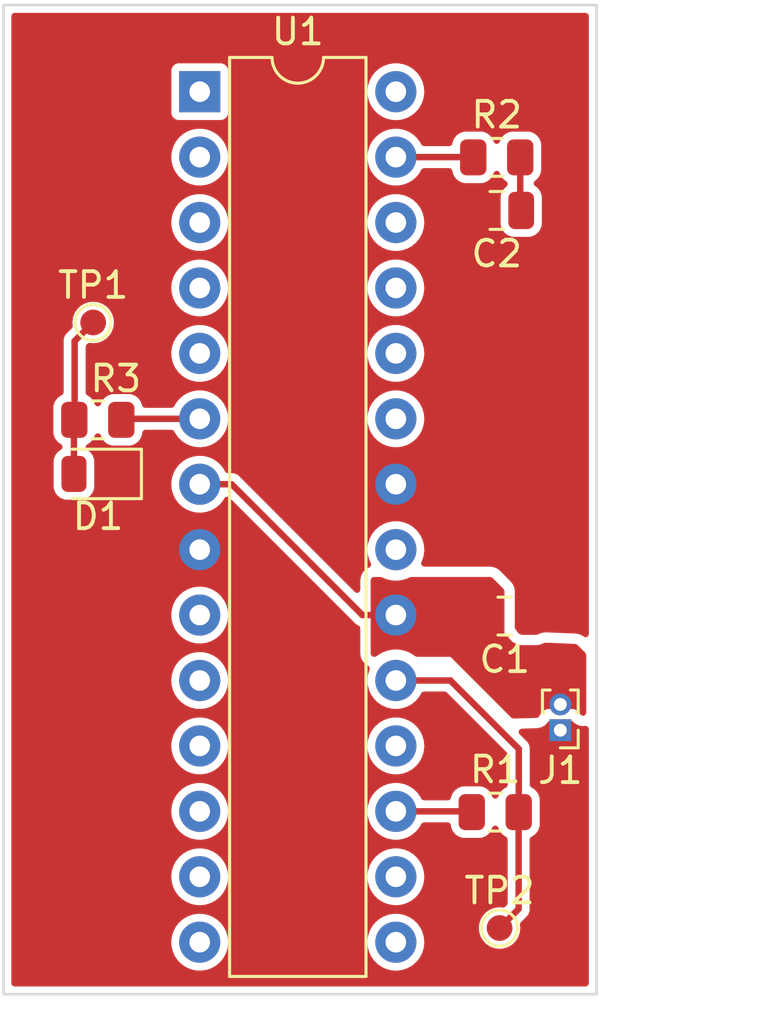
<source format=kicad_pcb>
(kicad_pcb (version 20211014) (generator pcbnew)
  (layers (0 "F.Cu" signal) (31 "B.Cu" signal) (34 "B.Paste" user) (35 "F.Paste" user) (36 "B.SilkS" user "B.Silkscreen") (37 "F.SilkS" user "F.Silkscreen") (38 "B.Mask" user) (39 "F.Mask" user) (44 "Edge.Cuts" user))
  (net 0 "")
  (net 1 "GND")
  (net 2 "+3V3")
  (net 3 "Net-(C2-Pad1)")
  (net 4 "Net-(D1-Pad2)")
  (net 5 "Net-(R1-Pad1)")
  (net 6 "Net-(R1-Pad2)")
  (net 7 "Net-(R2-Pad1)")
  (net 8 "Net-(R3-Pad1)")
  (footprint "Resistor_SMD:R_0805_2012Metric" (layer "F.Cu") (at 136 66.61)
    (fp_text reference "R2" (at 0 -1.65) (layer "F.SilkS"))
    (fp_text value "R_Small")
    (fp_line (start -0.227064 0.735) (end 0.227064 0.735) (layer "F.SilkS") (width 0.12))
    (fp_line (start -0.227064 -0.735) (end 0.227064 -0.735) (layer "F.SilkS") (width 0.12))
    (pad "1" smd roundrect (at -0.9125 0) (size 1.025 1.4) (layers "F.Cu" "F.Paste" "F.Mask") (roundrect_rratio 0.243902) (net 7 "Net-(R2-Pad1)"))
    (pad "2" smd roundrect (at 0.9125 0) (size 1.025 1.4) (layers "F.Cu" "F.Paste" "F.Mask") (roundrect_rratio 0.243902) (net 3 "Net-(C2-Pad1)"))
  )
  (footprint "TestPoint:TestPoint_Pad_D1.0mm" (layer "F.Cu") (at 136.11 96.53)
    (fp_text reference "TP2" (at 0 -1.448) (layer "F.SilkS"))
    (fp_text value "TestPoint")
    (fp_circle (center 0 0) (end 0 0.7) (layer "F.SilkS") (width 0.12) (fill none))
    (pad "1" smd circle (at 0 0) (size 1 1) (layers "F.Cu" "F.Mask") (net 6 "Net-(R1-Pad2)"))
  )
  (footprint "Capacitor_SMD:C_0805_2012Metric" (layer "F.Cu") (at 136.31 84.42 180)
    (fp_text reference "C1" (at 0 -1.68) (layer "F.SilkS"))
    (fp_text value "C_Small")
    (fp_line (start -0.261252 -0.735) (end 0.261252 -0.735) (layer "F.SilkS") (width 0.12))
    (fp_line (start -0.261252 0.735) (end 0.261252 0.735) (layer "F.SilkS") (width 0.12))
    (pad "1" smd roundrect (at -0.95 0 180) (size 1 1.45) (layers "F.Cu" "F.Paste" "F.Mask") (net 1 "GND"))
    (pad "2" smd roundrect (at 0.95 0 180) (size 1 1.45) (layers "F.Cu" "F.Paste" "F.Mask") (net 2 "+3V3"))
  )
  (footprint "TestPoint:TestPoint_Pad_D1.0mm" (layer "F.Cu") (at 120.32 73.02)
    (fp_text reference "TP1" (at 0 -1.448) (layer "F.SilkS"))
    (fp_text value "TestPoint")
    (fp_circle (center 0 0) (end 0 0.7) (layer "F.SilkS") (width 0.12) (fill none))
    (pad "1" smd circle (at 0 0) (size 1 1) (layers "F.Cu" "F.Mask") (net 4 "Net-(D1-Pad2)"))
  )
  (footprint "Connector_PinHeader_1.00mm:PinHeader_1x02_P1.00mm_Vertical" (layer "F.Cu") (at 138.47 88.85 180)
    (fp_text reference "J1" (at 0 -1.56) (layer "F.SilkS"))
    (fp_text value "Conn_01x02_Female")
    (fp_line (start 0.394493 1.56) (end 0.695 1.56) (layer "F.SilkS") (width 0.12))
    (fp_line (start -0.695 -0.685) (end 0 -0.685) (layer "F.SilkS") (width 0.12))
    (fp_line (start 0.608276 0.685) (end 0.695 0.685) (layer "F.SilkS") (width 0.12))
    (fp_line (start -0.695 0) (end -0.695 -0.685) (layer "F.SilkS") (width 0.12))
    (fp_line (start -0.695 0.685) (end -0.695 1.56) (layer "F.SilkS") (width 0.12))
    (fp_line (start 0.695 0.685) (end 0.695 1.56) (layer "F.SilkS") (width 0.12))
    (fp_line (start -0.695 1.56) (end -0.394493 1.56) (layer "F.SilkS") (width 0.12))
    (fp_line (start -0.695 0.685) (end -0.608276 0.685) (layer "F.SilkS") (width 0.12))
    (pad "1" thru_hole rect (at 0 0 180) (size 0.85 0.85) (drill 0.5) (layers *.Cu *.Mask) (net 1 "GND"))
    (pad "2" thru_hole oval (at 0 1 180) (size 0.85 0.85) (drill 0.5) (layers *.Cu *.Mask) (net 2 "+3V3"))
  )
  (footprint "Capacitor_SMD:C_0805_2012Metric" (layer "F.Cu") (at 136 68.67 180)
    (fp_text reference "C2" (at 0 -1.68) (layer "F.SilkS"))
    (fp_text value "C_Small")
    (fp_line (start -0.261252 -0.735) (end 0.261252 -0.735) (layer "F.SilkS") (width 0.12))
    (fp_line (start -0.261252 0.735) (end 0.261252 0.735) (layer "F.SilkS") (width 0.12))
    (pad "1" smd roundrect (at -0.95 0 180) (size 1 1.45) (layers "F.Cu" "F.Paste" "F.Mask") (net 3 "Net-(C2-Pad1)"))
    (pad "2" smd roundrect (at 0.95 0 180) (size 1 1.45) (layers "F.Cu" "F.Paste" "F.Mask") (net 1 "GND"))
  )
  (footprint "Package_DIP:DIP-28_W7.62mm" (layer "F.Cu") (at 124.46 64.06)
    (fp_text reference "U1" (at 3.81 -2.33) (layer "F.SilkS"))
    (fp_text value "ATmega8A-P")
    (fp_line (start 6.46 34.35) (end 6.46 -1.33) (layer "F.SilkS") (width 0.12))
    (fp_line (start 2.81 -1.33) (end 1.16 -1.33) (layer "F.SilkS") (width 0.12))
    (fp_line (start 1.16 -1.33) (end 1.16 34.35) (layer "F.SilkS") (width 0.12))
    (fp_line (start 6.46 -1.33) (end 4.81 -1.33) (layer "F.SilkS") (width 0.12))
    (fp_line (start 1.16 34.35) (end 6.46 34.35) (layer "F.SilkS") (width 0.12))
    (fp_arc (start 4.81 -1.33) (mid 3.81 -0.33) (end 2.81 -1.33) (layer "F.SilkS") (width 0.12))
    (pad "1" thru_hole rect (at 0 0) (size 1.6 1.6) (drill 0.8) (layers *.Cu *.Mask))
    (pad "2" thru_hole oval (at 0 2.54) (size 1.6 1.6) (drill 0.8) (layers *.Cu *.Mask))
    (pad "3" thru_hole oval (at 0 5.08) (size 1.6 1.6) (drill 0.8) (layers *.Cu *.Mask))
    (pad "4" thru_hole oval (at 0 7.62) (size 1.6 1.6) (drill 0.8) (layers *.Cu *.Mask))
    (pad "5" thru_hole oval (at 0 10.16) (size 1.6 1.6) (drill 0.8) (layers *.Cu *.Mask))
    (pad "6" thru_hole oval (at 0 12.7) (size 1.6 1.6) (drill 0.8) (layers *.Cu *.Mask) (net 8 "Net-(R3-Pad1)"))
    (pad "7" thru_hole oval (at 0 15.24) (size 1.6 1.6) (drill 0.8) (layers *.Cu *.Mask) (net 2 "+3V3"))
    (pad "8" thru_hole oval (at 0 17.78) (size 1.6 1.6) (drill 0.8) (layers *.Cu *.Mask) (net 1 "GND"))
    (pad "9" thru_hole oval (at 0 20.32) (size 1.6 1.6) (drill 0.8) (layers *.Cu *.Mask))
    (pad "10" thru_hole oval (at 0 22.86) (size 1.6 1.6) (drill 0.8) (layers *.Cu *.Mask))
    (pad "11" thru_hole oval (at 0 25.4) (size 1.6 1.6) (drill 0.8) (layers *.Cu *.Mask))
    (pad "12" thru_hole oval (at 0 27.94) (size 1.6 1.6) (drill 0.8) (layers *.Cu *.Mask))
    (pad "13" thru_hole oval (at 0 30.48) (size 1.6 1.6) (drill 0.8) (layers *.Cu *.Mask))
    (pad "14" thru_hole oval (at 0 33.02) (size 1.6 1.6) (drill 0.8) (layers *.Cu *.Mask))
    (pad "15" thru_hole oval (at 7.62 33.02) (size 1.6 1.6) (drill 0.8) (layers *.Cu *.Mask))
    (pad "16" thru_hole oval (at 7.62 30.48) (size 1.6 1.6) (drill 0.8) (layers *.Cu *.Mask))
    (pad "17" thru_hole oval (at 7.62 27.94) (size 1.6 1.6) (drill 0.8) (layers *.Cu *.Mask) (net 5 "Net-(R1-Pad1)"))
    (pad "18" thru_hole oval (at 7.62 25.4) (size 1.6 1.6) (drill 0.8) (layers *.Cu *.Mask))
    (pad "19" thru_hole oval (at 7.62 22.86) (size 1.6 1.6) (drill 0.8) (layers *.Cu *.Mask) (net 6 "Net-(R1-Pad2)"))
    (pad "20" thru_hole oval (at 7.62 20.32) (size 1.6 1.6) (drill 0.8) (layers *.Cu *.Mask) (net 2 "+3V3"))
    (pad "21" thru_hole oval (at 7.62 17.78) (size 1.6 1.6) (drill 0.8) (layers *.Cu *.Mask))
    (pad "22" thru_hole oval (at 7.62 15.24) (size 1.6 1.6) (drill 0.8) (layers *.Cu *.Mask) (net 1 "GND"))
    (pad "23" thru_hole oval (at 7.62 12.7) (size 1.6 1.6) (drill 0.8) (layers *.Cu *.Mask))
    (pad "24" thru_hole oval (at 7.62 10.16) (size 1.6 1.6) (drill 0.8) (layers *.Cu *.Mask))
    (pad "25" thru_hole oval (at 7.62 7.62) (size 1.6 1.6) (drill 0.8) (layers *.Cu *.Mask))
    (pad "26" thru_hole oval (at 7.62 5.08) (size 1.6 1.6) (drill 0.8) (layers *.Cu *.Mask))
    (pad "27" thru_hole oval (at 7.62 2.54) (size 1.6 1.6) (drill 0.8) (layers *.Cu *.Mask) (net 7 "Net-(R2-Pad1)"))
    (pad "28" thru_hole oval (at 7.62 0) (size 1.6 1.6) (drill 0.8) (layers *.Cu *.Mask))
  )
  (footprint "Resistor_SMD:R_0805_2012Metric" (layer "F.Cu") (at 120.5 76.8 180)
    (fp_text reference "R3" (at -0.7 1.6) (layer "F.SilkS"))
    (fp_text value "R_Small")
    (fp_line (start -0.227064 -0.735) (end 0.227064 -0.735) (layer "F.SilkS") (width 0.12))
    (fp_line (start -0.227064 0.735) (end 0.227064 0.735) (layer "F.SilkS") (width 0.12))
    (pad "1" smd roundrect (at -0.9125 0 180) (size 1.025 1.4) (layers "F.Cu" "F.Paste" "F.Mask") (roundrect_rratio 0.243902) (net 8 "Net-(R3-Pad1)"))
    (pad "2" smd roundrect (at 0.9125 0 180) (size 1.025 1.4) (layers "F.Cu" "F.Paste" "F.Mask") (roundrect_rratio 0.243902) (net 4 "Net-(D1-Pad2)"))
  )
  (footprint "Resistor_SMD:R_0805_2012Metric" (layer "F.Cu") (at 135.9425 92.03)
    (fp_text reference "R1" (at 0 -1.65) (layer "F.SilkS"))
    (fp_text value "R_Small")
    (fp_line (start -0.227064 -0.735) (end 0.227064 -0.735) (layer "F.SilkS") (width 0.12))
    (fp_line (start -0.227064 0.735) (end 0.227064 0.735) (layer "F.SilkS") (width 0.12))
    (pad "1" smd roundrect (at -0.9125 0) (size 1.025 1.4) (layers "F.Cu" "F.Paste" "F.Mask") (roundrect_rratio 0.243902) (net 5 "Net-(R1-Pad1)"))
    (pad "2" smd roundrect (at 0.9125 0) (size 1.025 1.4) (layers "F.Cu" "F.Paste" "F.Mask") (roundrect_rratio 0.243902) (net 6 "Net-(R1-Pad2)"))
  )
  (footprint "LED_SMD:LED_0805_2012Metric" (layer "F.Cu") (at 120.51 78.9 180)
    (fp_text reference "D1" (at 0 -1.65) (layer "F.SilkS"))
    (fp_text value "LED")
    (fp_line (start 1 -0.96) (end -1.685 -0.96) (layer "F.SilkS") (width 0.12))
    (fp_line (start -1.685 0.96) (end 1 0.96) (layer "F.SilkS") (width 0.12))
    (fp_line (start -1.685 -0.96) (end -1.685 0.96) (layer "F.SilkS") (width 0.12))
    (pad "1" smd roundrect (at -0.9375 0 180) (size 0.975 1.4) (layers "F.Cu" "F.Paste" "F.Mask") (net 1 "GND"))
    (pad "2" smd roundrect (at 0.9375 0 180) (size 0.975 1.4) (layers "F.Cu" "F.Paste" "F.Mask") (net 4 "Net-(D1-Pad2)"))
  )
  (gr_rect (start 116.84 60.7) (end 139.88 99.1) (layer "Edge.Cuts") (width 0.1) (fill none))
  (segment (start 130.78 84.38) (end 132.08 84.38) (width 0.25) (layer "F.Cu") (net 2))
  (segment (start 125.7 79.3) (end 130.78 84.38) (width 0.25) (layer "F.Cu") (net 2))
  (segment (start 124.46 79.3) (end 125.7 79.3) (width 0.25) (layer "F.Cu") (net 2))
  (segment (start 136.9125 68.6325) (end 136.95 68.67) (width 0.25) (layer "F.Cu") (net 3))
  (segment (start 136.9125 66.61) (end 136.9125 68.6325) (width 0.25) (layer "F.Cu") (net 3))
  (segment (start 119.6 73.74) (end 120.32 73.02) (width 0.25) (layer "F.Cu") (net 4))
  (segment (start 119.6 76.7875) (end 119.6 73.74) (width 0.25) (layer "F.Cu") (net 4))
  (segment (start 119.5725 76.815) (end 119.5875 76.8) (width 0.25) (layer "F.Cu") (net 4))
  (segment (start 119.5725 78.9) (end 119.5725 76.815) (width 0.25) (layer "F.Cu") (net 4))
  (segment (start 119.5875 76.8) (end 119.6 76.7875) (width 0.25) (layer "F.Cu") (net 4))
  (segment (start 120.32 73.02) (end 120.3 73.02) (width 0.25) (layer "F.Cu") (net 4))
  (segment (start 135 92) (end 132.08 92) (width 0.25) (layer "F.Cu") (net 5))
  (segment (start 135.03 92.03) (end 135 92) (width 0.25) (layer "F.Cu") (net 5))
  (segment (start 136.85 92.035) (end 136.85 95.79) (width 0.25) (layer "F.Cu") (net 6))
  (segment (start 136.855 92.03) (end 136.85 92.035) (width 0.25) (layer "F.Cu") (net 6))
  (segment (start 132.08 86.92) (end 134.2 86.92) (width 0.25) (layer "F.Cu") (net 6))
  (segment (start 136.85 95.79) (end 136.11 96.53) (width 0.25) (layer "F.Cu") (net 6))
  (segment (start 136.855 89.575) (end 136.855 92.03) (width 0.25) (layer "F.Cu") (net 6))
  (segment (start 134.2 86.92) (end 136.855 89.575) (width 0.25) (layer "F.Cu") (net 6))
  (segment (start 135.0775 66.6) (end 132.08 66.6) (width 0.25) (layer "F.Cu") (net 7))
  (segment (start 135.0875 66.61) (end 135.0775 66.6) (width 0.25) (layer "F.Cu") (net 7))
  (segment (start 121.4525 76.76) (end 124.46 76.76) (width 0.25) (layer "F.Cu") (net 8))
  (segment (start 121.4125 76.8) (end 121.4525 76.76) (width 0.25) (layer "F.Cu") (net 8))
  (zone (net 1) (net_name "GND") (layer "F.Cu") (connect_pads yes (clearance 0.3)) (min_thickness 0.254) (fill yes (thermal_gap 0.508) (thermal_bridge_width 0.508))
    (polygon (pts (xy 140 99.2) (xy 116.7 99.2) (xy 116.7 60.5) (xy 140 60.5)))
  )
  (zone (net 2) (net_name "+3V3") (layer "F.Cu") (priority 1) (connect_pads yes (clearance 0.4)) (min_thickness 0.254) (fill yes (thermal_gap 0.508) (thermal_bridge_width 0.508))
    (polygon (pts (xy 136.3 83.4) (xy 136.3 85.1) (xy 136.7 85.4) (xy 139.1 85.5) (xy 140 86.4) (xy 140 88.3) (xy 136.6 88.4) (xy 134.2 86) (xy 131.1 86) (xy 131.1 85) (xy 131.1 83.7) (xy 131.1 82.9) (xy 135.8 82.9)))
  )
)
</source>
